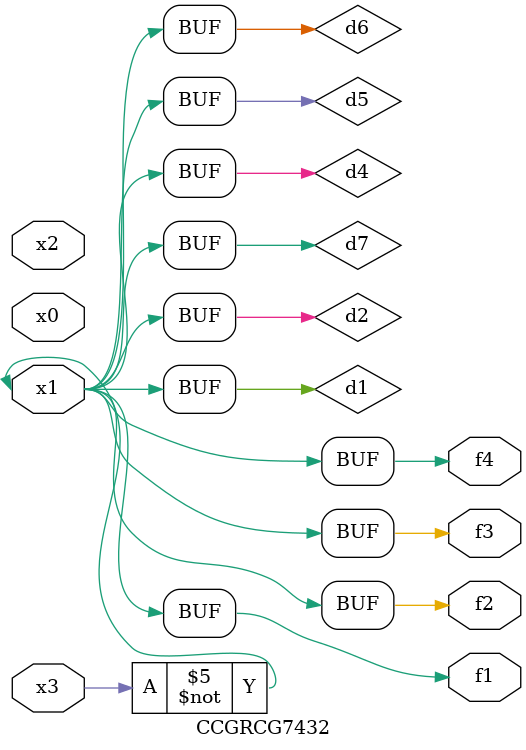
<source format=v>
module CCGRCG7432(
	input x0, x1, x2, x3,
	output f1, f2, f3, f4
);

	wire d1, d2, d3, d4, d5, d6, d7;

	not (d1, x3);
	buf (d2, x1);
	xnor (d3, d1, d2);
	nor (d4, d1);
	buf (d5, d1, d2);
	buf (d6, d4, d5);
	nand (d7, d4);
	assign f1 = d6;
	assign f2 = d7;
	assign f3 = d6;
	assign f4 = d6;
endmodule

</source>
